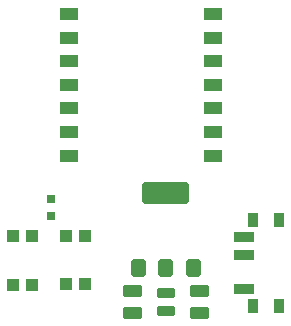
<source format=gbr>
G04 Generated by Ultiboard 13.0 *
%FSLAX25Y25*%
%MOIN*%

%ADD10C,0.00001*%
%ADD11R,0.05906X0.03937*%
%ADD12R,0.02666X0.03666*%
%ADD13C,0.02334*%
%ADD14R,0.13332X0.04749*%
%ADD15R,0.03150X0.03150*%
%ADD16R,0.03700X0.04500*%
%ADD17R,0.06500X0.03200*%
%ADD18R,0.03937X0.03937*%
%ADD19R,0.04668X0.02251*%
%ADD20C,0.01666*%
%ADD21R,0.04168X0.01501*%


G04 ColorRGB 006666 for the following layer *
%LNPaste Mask Top*%
%LPD*%
G54D10*
G54D11*
X26000Y103821D03*
X26000Y111695D03*
X26000Y119569D03*
X26000Y95947D03*
X26000Y88073D03*
X26000Y80199D03*
X26000Y72325D03*
X74031Y119569D03*
X74031Y111695D03*
X74031Y88073D03*
X74031Y95947D03*
X74031Y80199D03*
X74031Y72325D03*
X74031Y103821D03*
G54D12*
X48833Y35000D03*
X67167Y35000D03*
X58000Y35000D03*
G54D13*
X47500Y33167D02*
X50166Y33167D01*
X50166Y36833D01*
X47500Y36833D01*
X47500Y33167D01*D02*
X51334Y57626D02*
X64666Y57626D01*
X64666Y62374D01*
X51334Y62374D01*
X51334Y57626D01*D02*
X65834Y33167D02*
X68500Y33167D01*
X68500Y36833D01*
X65834Y36833D01*
X65834Y33167D01*D02*
X56667Y33167D02*
X59333Y33167D01*
X59333Y36833D01*
X56667Y36833D01*
X56667Y33167D01*D02*
G54D14*
X58000Y60000D03*
G54D15*
X20000Y52100D03*
X20000Y58000D03*
G54D16*
X87250Y50950D03*
X95950Y50950D03*
X95950Y22250D03*
X87250Y22250D03*
G54D17*
X84250Y27750D03*
X84250Y39150D03*
X84250Y45050D03*
G54D18*
X7201Y29358D03*
X13500Y29358D03*
X13500Y45500D03*
X7201Y45500D03*
X25000Y29500D03*
X31299Y29500D03*
X31299Y45642D03*
X25000Y45642D03*
G54D19*
X46750Y27417D03*
X46750Y20083D03*
X69250Y27417D03*
X69250Y20083D03*
G54D20*
X44416Y26292D02*
X49084Y26292D01*
X49084Y28542D01*
X44416Y28542D01*
X44416Y26292D01*D02*
X44416Y18958D02*
X49084Y18958D01*
X49084Y21208D01*
X44416Y21208D01*
X44416Y18958D01*D02*
X55916Y26000D02*
X60084Y26000D01*
X60084Y27500D01*
X55916Y27500D01*
X55916Y26000D01*D02*
X55916Y20000D02*
X60084Y20000D01*
X60084Y21500D01*
X55916Y21500D01*
X55916Y20000D01*D02*
X66916Y26292D02*
X71584Y26292D01*
X71584Y28542D01*
X66916Y28542D01*
X66916Y26292D01*D02*
X66916Y18958D02*
X71584Y18958D01*
X71584Y21208D01*
X66916Y21208D01*
X66916Y18958D01*D02*
G54D21*
X58000Y26750D03*
X58000Y20750D03*

M02*

</source>
